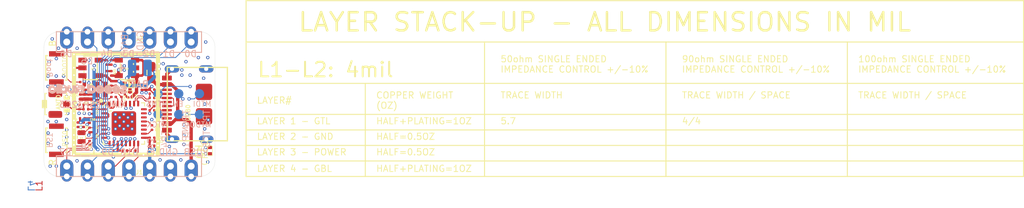
<source format=kicad_pcb>
(kicad_pcb (version 20211014) (generator pcbnew)
  (layers (0 "F.Cu" signal) (1 "In1.Cu" signal) (2 "In2.Cu" signal) (31 "B.Cu" signal) (34 "B.Paste" user) (35 "F.Paste" user) (36 "B.SilkS" user "B.Silkscreen") (37 "F.SilkS" user "F.Silkscreen") (38 "B.Mask" user) (39 "F.Mask" user) (44 "Edge.Cuts" user))
  (net 0 "")
  (net 1 "GND")
  (net 2 "VUSB")
  (net 3 "N$1")
  (net 4 "N$2")
  (net 5 "DP")
  (net 6 "DM")
  (net 7 "VCC_3V3")
  (net 8 "USB_FUSED_5V")
  (net 9 "VBAT")
  (net 10 "N$11")
  (net 11 "N$12")
  (net 12 "~{CHG}")
  (net 13 "N$26")
  (net 14 "N$27")
  (net 15 "N$29")
  (net 16 "RX_D7")
  (net 17 "ESP_USB_DP")
  (net 18 "ESP_USB_DM")
  (net 19 "N$22")
  (net 20 "N$28")
  (net 21 "N$34")
  (net 22 "N$36")
  (net 23 "VIN")
  (net 24 "VDD_SPI")
  (net 25 "32K_P")
  (net 26 "32K_N")
  (net 27 "D0")
  (net 28 "EN")
  (net 29 "D1")
  (net 30 "D2")
  (net 31 "D3")
  (net 32 "D4")
  (net 33 "D5")
  (net 34 "D8")
  (net 35 "D9")
  (net 36 "D10")
  (net 37 "N$3")
  (net 38 "TX_D6")
  (net 39 "N$5")
  (net 40 "N$4")
  (net 41 "N$6")
  (footprint "C0201" (layer "F.Cu") (at 143.6116 109.8042 -90)
    (fp_text reference "C5")
    (fp_text value "100nF")
  )
  (footprint "H7-HALF-HOLE-2.54" (layer "F.Cu") (at 148.4376 112.6236 90)
    (fp_text reference "J1")
    (fp_text value "DNP")
  )
  (footprint "LED-0402" (layer "F.Cu") (at 158.3563 110.7186 90)
    (fp_text reference "CHG0")
    (fp_text value "RED")
  )
  (footprint "C0201" (layer "F.Cu") (at 150.5331 102.9716 -90)
    (fp_text reference "C1")
    (fp_text value "2.2uF")
  )
  (footprint "R0201" (layer "F.Cu") (at 143.5227 102.9589 -90)
    (fp_text reference "R21")
    (fp_text value "DNP")
  )
  (footprint "X2-SMD-1.6X1.0X0.5MM" (layer "F.Cu") (at 142.621 109.0676 90)
    (fp_text reference "X2")
    (fp_text value "32.768k/9KAA32768122TF90QT")
  )
  (footprint "C0201" (layer "F.Cu") (at 146.2786 103.8479 -90)
    (fp_text reference "C41")
    (fp_text value "18pF")
  )
  (footprint "R0201" (layer "F.Cu") (at 151.257 105.7656 180)
    (fp_text reference "R2")
    (fp_text value "5.1k")
  )
  (footprint "QFN32G-0.5-5X5MM" (layer "F.Cu") (at 147.8153 107.3912 -90)
    (fp_text reference "U4")
    (fp_text value "ESP32-C3FN4")
  )
  (footprint "C0201" (layer "F.Cu") (at 143.6116 107.0356 90)
    (fp_text reference "C50")
    (fp_text value "100nF")
  )
  (footprint "BUTTON_TD1183SA" (layer "F.Cu") (at 139.5476 100.5586 90)
    (fp_text reference "BOOT0")
    (fp_text value "TD-1183SN-A3N-D1R")
  )
  (footprint "C0201" (layer "F.Cu") (at 144.145 108.6739 90)
    (fp_text reference "C9")
    (fp_text value "18pF")
  )
  (footprint "C0201" (layer "F.Cu") (at 143.4846 104.1146 -90)
    (fp_text reference "C44")
    (fp_text value "1uF")
  )
  (footprint "C0201" (layer "F.Cu") (at 151.257 109.6137 180)
    (fp_text reference "C2")
    (fp_text value "1uF")
  )
  (footprint "R0201" (layer "F.Cu") (at 146.8247 103.8479 90)
    (fp_text reference "R32")
    (fp_text value "0R")
  )
  (footprint "R0201" (layer "F.Cu") (at 151.257 103.2256)
    (fp_text reference "R1")
    (fp_text value "5.1k")
  )
  (footprint "C0201" (layer "F.Cu") (at 142.9766 104.1146 -90)
    (fp_text reference "C45")
    (fp_text value "100nF")
  )
  (footprint "X4-SMD-2.0X1.6X0.5MM" (layer "F.Cu") (at 145.0086 103.2256 -90)
    (fp_text reference "X4")
    (fp_text value "40MHz/306011037")
  )
  (footprint "PMOS_1.0*0.6*0.35MM" (layer "F.Cu") (at 148.5646 103.8606)
    (fp_text reference "Q1")
    (fp_text value "LP0404N3T5G")
  )
  (footprint "L0201" (layer "F.Cu") (at 143.1544 105.6386)
    (fp_text reference "L1")
    (fp_text value "2nH")
  )
  (footprint "C0201" (layer "F.Cu") (at 148.9456 110.7186 180)
    (fp_text reference "C6")
    (fp_text value "10pF")
  )
  (footprint "F0603" (layer "F.Cu") (at 151.1681 101.1301 90)
    (fp_text reference "F1")
    (fp_text value "6V_500mA_Fuse")
  )
  (footprint "C0201" (layer "F.Cu") (at 146.2786 101.2317 -90)
    (fp_text reference "C23")
    (fp_text value "2.2uF")
  )
  (footprint "R0201" (layer "F.Cu") (at 144.145 109.8042 -90)
    (fp_text reference "R4")
    (fp_text value "10k")
  )
  (footprint "C0201" (layer "F.Cu") (at 143.1544 105.0798 180)
    (fp_text reference "C49")
    (fp_text value "0R")
  )
  (footprint "C0201" (layer "F.Cu") (at 151.257 109.1438 180)
    (fp_text reference "C3")
    (fp_text value "100nF")
  )
  (footprint "R0201" (layer "F.Cu") (at 151.257 104.2416 180)
    (fp_text reference "R8")
    (fp_text value "22R")
  )
  (footprint "C0201" (layer "F.Cu") (at 150.0251 102.9716 -90)
    (fp_text reference "C4")
    (fp_text value "2.2uF")
  )
  (footprint "R0201" (layer "F.Cu") (at 144.145 107.6198 -90)
    (fp_text reference "R7")
    (fp_text value "0R")
  )
  (footprint "C0201" (layer "F.Cu") (at 146.7866 110.7186)
    (fp_text reference "C7")
    (fp_text value "100nF")
  )
  (footprint "SOT-25" (layer "F.Cu") (at 143.7386 100.5586 -90)
    (fp_text reference "U1")
    (fp_text value "")
  )
  (footprint "R0201" (layer "F.Cu") (at 147.9296 110.7186 180)
    (fp_text reference "R6")
    (fp_text value "10k")
  )
  (footprint "R0201" (layer "F.Cu") (at 151.257 107.8865 -90)
    (fp_text reference "R3")
    (fp_text value "DNP")
  )
  (footprint "R0201" (layer "F.Cu") (at 151.257 104.7496 180)
    (fp_text reference "R10")
    (fp_text value "22R")
  )
  (footprint "R0201" (layer "F.Cu") (at 151.257 110.1217)
    (fp_text reference "R31")
    (fp_text value "2.2k")
  )
  (footprint "L0201" (layer "F.Cu") (at 142.7226 106.7562)
    (fp_text reference "L3")
    (fp_text value "2nH")
  )
  (footprint "R0201" (layer "F.Cu") (at 145.7198 99.8855 -90)
    (fp_text reference "R22")
    (fp_text value "2.7k")
  )
  (footprint "C0201" (layer "F.Cu") (at 143.9799 105.918 90)
    (fp_text reference "C14")
    (fp_text value "1.6pF")
  )
  (footprint "C0201" (layer "F.Cu") (at 146.2786 102.4636 90)
    (fp_text reference "C10")
    (fp_text value "100nF")
  )
  (footprint "BUTTON_TD1183SA" (layer "F.Cu") (at 139.5476 109.4486 -90)
    (fp_text reference "RST0")
    (fp_text value "TD-1183SN-A3N-D1R")
  )
  (footprint "C0201" (layer "F.Cu") (at 142.9766 102.9589 -90)
    (fp_text reference "C40")
    (fp_text value "2.2uF")
  )
  (footprint "SOD-523" (layer "F.Cu") (at 148.5646 102.5906 180)
    (fp_text reference "D1")
    (fp_text value "MSK4005")
  )
  (footprint "U-FL3P-SMD-2.6X2.6X1.0MM" (layer "F.Cu") (at 139.4206 105.0036 180)
    (fp_text reference "ANT0")
    (fp_text value "U.FL-R-SMT-1")
  )
  (footprint "SOT-25" (layer "F.Cu") (at 148.1836 100.5586 90)
    (fp_text reference "U2")
    (fp_text value "XC6210B332MR")
  )
  (footprint "C0201" (layer "F.Cu") (at 146.2786 99.8855 90)
    (fp_text reference "C13")
    (fp_text value "DNP")
  )
  (footprint "C0201" (layer "F.Cu") (at 142.367 105.3592 -90)
    (fp_text reference "C48")
    (fp_text value "1.6pF")
  )
  (footprint "C0201" (layer "F.Cu") (at 151.257 105.2576 180)
    (fp_text reference "C11")
    (fp_text value "DNP")
  )
  (footprint "C0201" (layer "F.Cu") (at 143.6116 108.1786 -90)
    (fp_text reference "C8")
    (fp_text value "18pF")
  )
  (footprint "H7-HALF-HOLE-2.54" (layer "F.Cu") (at 148.4376 97.3836 -90)
    (fp_text reference "J2")
    (fp_text value "DNP")
  )
  (footprint "C0201" (layer "F.Cu") (at 142.4686 104.1146 -90)
    (fp_text reference "C43")
    (fp_text value "2.2uF")
  )
  (footprint "C0201" (layer "F.Cu") (at 145.7071 101.2317 -90)
    (fp_text reference "C39")
    (fp_text value "2.2uF")
  )
  (footprint "R0201" (layer "F.Cu") (at 142.4686 102.5779 -90)
    (fp_text reference "R5")
    (fp_text value "1R")
  )
  (footprint "C0201" (layer "F.Cu") (at 151.257 103.7336 180)
    (fp_text reference "C12")
    (fp_text value "DNP")
  )
  (footprint "USB2.0-TYPE-C" (layer "F.Cu") (at 153.1366 105.0036 180)
    (fp_text reference "USB0")
    (fp_text value "UBF31-0171")
  )
  (footprint "C0201" (layer "F.Cu") (at 144.1577 105.0798 180)
    (fp_text reference "C15")
    (fp_text value "0R")
  )
  (footprint "C0201" (layer "F.Cu") (at 142.1765 107.5436 90)
    (fp_text reference "C54")
    (fp_text value "2.2uF")
  )
  (footprint "C0201" (layer "F.Cu") (at 142.8877 107.5436 90)
    (fp_text reference "C53")
    (fp_text value "100nF")
  )
  (footprint "C0201" (layer "F.Cu") (at 147.5105 103.8479 90)
    (fp_text reference "C42")
    (fp_text value "18pF")
  )
  (footprint "R0201" (layer "F.Cu") (at 146.8247 102.4636 90)
    (fp_text reference "R9")
    (fp_text value "100k")
  )
  (footprint "TP-D45MIL" (layer "B.Cu") (at 151.9936 106.2736 90)
    (fp_text reference "TP4")
    (fp_text value "DNP" hide)
  )
  (footprint "LOGO-SEEED-NEW-1X9.6MM" (layer "B.Cu") (at 148.1836 103.7336 180)
    (fp_text reference "U$2" hide)
    (fp_text value "" hide)
  )
  (footprint "TP-80X40MIL" (layer "B.Cu") (at 150.7236 100.5586 -90)
    (fp_text reference "GND0")
    (fp_text value "DNP" hide)
  )
  (footprint "TP-D45MIL" (layer "B.Cu") (at 151.9936 103.7336 90)
    (fp_text reference "TP2")
    (fp_text value "DNP" hide)
  )
  (footprint "TP-D45MIL" (layer "B.Cu") (at 157.0736 103.7336 90)
    (fp_text reference "TP3")
    (fp_text value "DNP" hide)
  )
  (footprint "TP-D45MIL" (layer "B.Cu") (at 154.5336 103.7336 90)
    (fp_text reference "TP6")
    (fp_text value "DNP" hide)
  )
  (footprint "TP-D45MIL" (layer "B.Cu") (at 154.5336 106.2736 90)
    (fp_text reference "TP1")
    (fp_text value "DNP" hide)
  )
  (footprint "TP-80X40MIL" (layer "B.Cu") (at 148.8186 100.5586 -90)
    (fp_text reference "BAT0")
    (fp_text value "DNP" hide)
  )
  (footprint "TP-D45MIL" (layer "B.Cu") (at 157.0736 106.2736 90)
    (fp_text reference "TP5")
    (fp_text value "DNP" hide)
  )
  (gr_line (start 147.5486 100.1776) (end 147.5486 100.5586) (layer "B.SilkS") (width 0.1524))
  (gr_line (start 147.5486 100.5586) (end 147.9296 100.5586) (layer "B.SilkS") (width 0.1524))
  (gr_line (start 151.7396 100.9396) (end 151.7396 100.1776) (layer "B.SilkS") (width 0.1524))
  (gr_line (start 147.5486 100.5586) (end 147.1676 100.5586) (layer "B.SilkS") (width 0.1524))
  (gr_line (start 147.5486 100.9396) (end 147.5486 100.5586) (layer "B.SilkS") (width 0.1524))
  (gr_line (start 258.0386 92.3036) (end 258.0386 97.3836) (layer "F.SilkS") (width 0.127))
  (gr_line (start 214.2236 113.8936) (end 191.9986 113.8936) (layer "F.SilkS") (width 0.127))
  (gr_line (start 162.7886 110.0836) (end 258.0386 110.0836) (layer "F.SilkS") (width 0.127))
  (gr_line (start 141.7066 111.2266) (end 141.7066 98.7806) (layer "F.SilkS") (width 0.508))
  (gr_line (start 177.3936 102.4636) (end 177.3936 113.8936) (layer "F.SilkS") (width 0.127))
  (gr_line (start 153.1366 100.4951) (end 160.5026 100.4951) (layer "F.SilkS") (width 0.1524))
  (gr_line (start 191.9986 113.8936) (end 177.3936 113.8936) (layer "F.SilkS") (width 0.127))
  (gr_line (start 214.2236 113.8936) (end 214.2236 97.3836) (layer "F.SilkS") (width 0.127))
  (gr_line (start 162.7886 106.2736) (end 162.7886 102.4636) (layer "F.SilkS") (width 0.127))
  (gr_line (start 141.7066 98.7806) (end 151.9936 98.7806) (layer "F.SilkS") (width 0.508))
  (gr_line (start 151.9936 111.2266) (end 141.7066 111.2266) (layer "F.SilkS") (width 0.508))
  (gr_line (start 258.0386 111.9886) (end 258.0386 113.8936) (layer "F.SilkS") (width 0.127))
  (gr_line (start 153.1366 109.5121) (end 153.1366 100.4951) (layer "F.SilkS") (width 0.1524))
  (gr_line (start 162.7886 102.4636) (end 162.7886 97.3836) (layer "F.SilkS") (width 0.127))
  (gr_line (start 191.9986 97.3836) (end 214.2236 97.3836) (layer "F.SilkS") (width 0.127))
  (gr_line (start 162.7886 110.0836) (end 162.7886 108.1786) (layer "F.SilkS") (width 0.127))
  (gr_line (start 236.4486 97.3836) (end 258.0386 97.3836) (layer "F.SilkS") (width 0.127))
  (gr_line (start 191.9986 97.3836) (end 191.9986 113.8936) (layer "F.SilkS") (width 0.127))
  (gr_line (start 162.7886 108.1786) (end 258.0386 108.1786) (layer "F.SilkS") (width 0.127))
  (gr_line (start 151.9936 98.7806) (end 151.9936 111.2266) (layer "F.SilkS") (width 0.508))
  (gr_line (start 162.7886 97.3836) (end 162.7886 92.3036) (layer "F.SilkS") (width 0.127))
  (gr_line (start 162.7886 113.8936) (end 162.7886 111.9886) (layer "F.SilkS") (width 0.127))
  (gr_line (start 162.7886 111.9886) (end 162.7886 110.0836) (layer "F.SilkS") (width 0.127))
  (gr_line (start 177.3936 113.8936) (end 162.7886 113.8936) (layer "F.SilkS") (width 0.127))
  (gr_line (start 160.5026 109.5121) (end 153.1366 109.5121) (layer "F.SilkS") (width 0.1524))
  (gr_line (start 236.4486 113.8936) (end 214.2236 113.8936) (layer "F.SilkS") (width 0.127))
  (gr_line (start 160.5026 100.4951) (end 160.5026 109.5121) (layer "F.SilkS") (width 0.1524))
  (gr_line (start 258.0386 110.0836) (end 258.0386 111.9886) (layer "F.SilkS") (width 0.127))
  (gr_line (start 258.0386 97.3836) (end 258.0386 102.4636) (layer "F.SilkS") (width 0.127))
  (gr_line (start 162.7886 108.1786) (end 162.7886 106.2736) (layer "F.SilkS") (width 0.127))
  (gr_line (start 236.4486 97.3836) (end 236.4486 113.8936) (layer "F.SilkS") (width 0.127))
  (gr_line (start 162.7886 97.3836) (end 191.9986 97.3836) (layer "F.SilkS") (width 0.127))
  (gr_line (start 162.7886 111.9886) (end 258.0386 111.9886) (layer "F.SilkS") (width 0.127))
  (gr_line (start 258.0386 106.2736) (end 258.0386 108.1786) (layer "F.SilkS") (width 0.127))
  (gr_line (start 214.2236 97.3836) (end 236.4486 97.3836) (layer "F.SilkS") (width 0.127))
  (gr_line (start 162.7886 106.2736) (end 258.0386 106.2736) (layer "F.SilkS") (width 0.127))
  (gr_line (start 162.7886 92.3036) (end 258.0386 92.3036) (layer "F.SilkS") (width 0.127))
  (gr_line (start 258.0386 113.8936) (end 236.4486 113.8936) (layer "F.SilkS") (width 0.127))
  (gr_line (start 177.3936 102.4636) (end 258.0386 102.4636) (layer "F.SilkS") (width 0.127))
  (gr_line (start 258.0386 108.1786) (end 258.0386 110.0836) (layer "F.SilkS") (width 0.127))
  (gr_line (start 162.7886 102.4636) (end 177.3936 102.4636) (layer "F.SilkS") (width 0.127))
  (gr_line (start 258.0386 102.4636) (end 258.0386 106.2736) (layer "F.SilkS") (width 0.127))
  (gr_arc (start 143.7386 98.7806) (mid 143.664205 98.960205) (end 143.4846 99.0346) (layer "Edge.Cuts") (width 0.0254))
  (gr_arc (start 143.4846 110.9726) (mid 143.664205 111.046995) (end 143.7386 111.2266) (layer "Edge.Cuts") (width 0.0254))
  (gr_line (start 139.9286 113.8936) (end 157.0736 113.8936) (layer "Edge.Cuts") (width 0.0254))
  (gr_arc (start 138.0236 98.0186) (mid 138.581562 96.671562) (end 139.9286 96.1136) (layer "Edge.Cuts") (width 0.0254))
  (gr_line (start 142.7226 98.5266) (end 143.4846 98.5266) (layer "Edge.Cuts") (width 0.0254))
  (gr_line (start 139.9286 96.1136) (end 157.0736 96.1136) (layer "Edge.Cuts") (width 0.0254))
  (gr_line (start 138.0236 98.0186) (end 138.0236 111.9886) (layer "Edge.Cuts") (width 0.0254))
  (gr_arc (start 143.7386 111.2266) (mid 143.664205 111.406205) (end 143.4846 111.4806) (layer "Edge.Cuts") (width 0.0254))
  (gr_line (start 158.9786 111.9886) (end 158.9786 98.0186) (layer "Edge.Cuts") (width 0.0254))
  (gr_arc (start 142.7226 111.4806) (mid 142.542995 111.406205) (end 142.4686 111.2266) (layer "Edge.Cuts") (width 0.0254))
  (gr_arc (start 142.7226 99.0346) (mid 142.542995 98.960205) (end 142.4686 98.7806) (layer "Edge.Cuts") (width 0.0254))
  (gr_arc (start 158.9786 111.9886) (mid 158.420638 113.335638) (end 157.0736 113.8936) (layer "Edge.Cuts") (width 0.0254))
  (gr_arc (start 143.4846 98.5266) (mid 143.664205 98.600995) (end 143.7386 98.7806) (layer "Edge.Cuts") (width 0.0254))
  (gr_line (start 142.7226 110.9726) (end 143.4846 110.9726) (layer "Edge.Cuts") (width 0.0254))
  (gr_line (start 143.4846 99.0346) (end 142.7226 99.0346) (layer "Edge.Cuts") (width 0.0254))
  (gr_arc (start 142.4686 98.7806) (mid 142.542995 98.600995) (end 142.7226 98.5266) (layer "Edge.Cuts") (width 0.0254))
  (gr_line (start 143.4846 111.4806) (end 142.7226 111.4806) (layer "Edge.Cuts") (width 0.0254))
  (gr_arc (start 157.0736 96.1136) (mid 158.420638 96.671562) (end 158.9786 98.0186) (layer "Edge.Cuts") (width 0.0254))
  (gr_arc (start 142.4686 111.2266) (mid 142.542995 111.046995) (end 142.7226 110.9726) (layer "Edge.Cuts") (width 0.0254))
  (gr_arc (start 139.9286 113.8936) (mid 138.581562 113.335638) (end 138.0236 111.9886) (layer "Edge.Cuts") (width 0.0254))
  (gr_text "L1" (at 137.8966 115.7986 90) (layer "F.Cu") (effects (font (size 0.78232 0.78232) (thickness 0.10668)) (justify left bottom)))
  (gr_text "L4" (at 135.9916 115.7986 -90) (layer "B.Cu") (effects (font (size 0.78232 0.78232) (thickness 0.10668)) (justify left bottom mirror)))
  (gr_text "D10" (at 149.7076 111.3536) (layer "B.SilkS") (effects (font (size 0.78232 0.78232) (thickness 0.10668)) (justify left bottom mirror)))
  (gr_text "XIAO ESP32C3" (at 148.1836 105.5116) (layer "B.SilkS") (effects (font (size 0.75565 0.75565) (thickness 0.13335)) (justify left bottom mirror)))
  (gr_text "MTDO" (at 158.5976 107.9246) (layer "B.SilkS") (effects (font (size 0.67056 0.67056) (thickness 0.09144)) (justify left bottom mirror)))
  (gr_text "D0" (at 156.8196 99.2886) (layer "B.SilkS") (effects (font (size 0.78232 0.78232) (thickness 0.10668)) (justify left bottom mirror)))
  (gr_text "D2" (at 151.7396 99.2886) (layer "B.SilkS") (effects (font (size 0.78232 0.78232) (thickness 0.10668)) (justify left bottom mirror)))
  (gr_text "MTDI" (at 158.5976 105.3846) (layer "B.SilkS") (effects (font (size 0.67056 0.67056) (thickness 0.09144)) (justify left bottom mirror)))
  (gr_text "MTCK" (at 153.2636 107.9246) (layer "B.SilkS") (effects (font (size 0.67056 0.67056) (thickness 0.09144)) (justify left bottom mirror)))
  (gr_text "D1" (at 154.1526 99.2886) (layer "B.SilkS") (effects (font (size 0.78232 0.78232) (thickness 0.10668)) (justify left bottom mirror)))
  (gr_text "RST" (at 138.2903 110.4392 -90) (layer "B.SilkS") (effects (font (size 0.67056 0.67056) (thickness 0.09144)) (justify left bottom mirror)))
  (gr_text "D7" (at 141.4526 111.3536) (layer "B.SilkS") (effects (font (size 0.78232 0.78232) (thickness 0.10668)) (justify left bottom mirror)))
  (gr_text "GND" (at 154.9146 109.1946 -90) (layer "B.SilkS") (effects (font (size 0.67056 0.67056) (thickness 0.09144)) (justify left bottom mirror)))
  (gr_text "EN" (at 155.1686 105.3846) (layer "B.SilkS") (effects (font (size 0.67056 0.67056) (thickness 0.09144)) (justify left bottom mirror)))
  (gr_text "D5" (at 144.1196 100.1776) (layer "B.SilkS") (effects (font (size 0.78232 0.78232) (thickness 0.10668)) (justify left bottom mirror)))
  (gr_text "D8" (at 144.1196 110.7186) (layer "B.SilkS") (effects (font (size 0.78232 0.78232) (thickness 0.10668)) (justify left bottom mirror)))
  (gr_text "D3" (at 149.1996 99.2886) (layer "B.SilkS") (effects (font (size 0.78232 0.78232) (thickness 0.10668)) (justify left bottom mirror)))
  (gr_text "VUSB" (at 158.2166 111.3536) (layer "B.SilkS") (effects (font (size 0.78232 0.78232) (thickness 0.10668)) (justify left bottom mirror)))
  (gr_text "D4" (at 146.5326 99.2886) (layer "B.SilkS") (effects (font (size 0.78232 0.78232) (thickness 0.10668)) (justify left bottom mirror)))
  (gr_text "MTMS" (at 153.2636 105.3846) (layer "B.SilkS") (effects (font (size 0.67056 0.67056) (thickness 0.09144)) (justify left bottom mirror)))
  (gr_text "D9" (at 146.6596 111.3536) (layer "B.SilkS") (effects (font (size 0.78232 0.78232) (thickness 0.10668)) (justify left bottom mirror)))
  (gr_text "Boot" (at 138.6967 100.5713 -90) (layer "B.SilkS") (effects (font (size 0.67056 0.67056) (thickness 0.09144)) (justify mirror)))
  (gr_text "3V3" (at 150.5966 111.3536 -90) (layer "B.SilkS") (effects (font (size 0.78232 0.78232) (thickness 0.10668)) (justify left bottom mirror)))
  (gr_text "D6" (at 141.5796 99.2886) (layer "B.SilkS") (effects (font (size 0.78232 0.78232) (thickness 0.10668)) (justify left bottom mirror)))
  (gr_text "GND" (at 154.5336 111.3536) (layer "B.SilkS") (effects (font (size 0.78232 0.78232) (thickness 0.10668)) (justify left bottom mirror)))
  (gr_text "BAT" (at 150.9776 103.0986) (layer "B.SilkS") (effects (font (size 0.8636 0.8636) (thickness 0.1524)) (justify left bottom mirror)))
  (gr_text "4/4" (at 216.1286 107.5436) (layer "F.SilkS") (effects (font (size 0.78232 0.78232) (thickness 0.10668)) (justify left bottom)))
  (gr_text "TRACE WIDTH / SPACE" (at 216.1286 104.3686) (layer "F.SilkS") (effects (font (size 0.78232 0.78232) (thickness 0.10668)) (justify left bottom)))
  (gr_text "50ohm SINGLE ENDED \nIMPEDANCE CONTROL +/-10%" (at 193.9036 101.1936) (layer "F.SilkS") (effects (font (size 0.78232 0.78232) (thickness 0.10668)) (justify left bottom)))
  (gr_text "90ohm SINGLE ENDED \nIMPEDANCE CONTROL +/-10%" (at 216.1286 101.1936) (layer "F.SilkS") (effects (font (size 0.78232 0.78232) (thickness 0.10668)) (justify left bottom)))
  (gr_text "HALF+PLATING=1OZ" (at 178.6636 107.5436) (layer "F.SilkS") (effects (font (size 0.78232 0.78232) (thickness 0.10668)) (justify left bottom)))
  (gr_text "100ohm SINGLE ENDED \nIMPEDANCE CONTROL +/-10%" (at 237.7186 101.1936) (layer "F.SilkS") (effects (font (size 0.78232 0.78232) (thickness 0.10668)) (justify left bottom)))
  (gr_text "L1-L2: 4mil" (at 164.0586 101.8286) (layer "F.SilkS") (effects (font (size 1.78816 1.78816) (thickness 0.24384)) (justify left bottom)))
  (gr_text "LAYER 1 - GTL" (at 164.0586 107.5436) (layer "F.SilkS") (effects (font (size 0.78232 0.78232) (thickness 0.10668)) (justify left bottom)))
  (gr_text "TRACE WIDTH" (at 193.9036 104.3686) (layer "F.SilkS") (effects (font (size 0.78232 0.78232) (thickness 0.10668)) (justify left bottom)))
  (gr_text "LAYER#" (at 164.0586 105.0036) (layer "F.SilkS") (effects (font (size 0.78232 0.78232) (thickness 0.10668)) (justify left bottom)))
  (gr_text "LAYER STACK-UP - ALL DIMENSIONS IN MIL" (at 169.0116 96.2406) (layer "F.SilkS") (effects (font (size 2.2352 2.2352) (thickness 0.3048)) (justify left bottom)))
  (gr_text "CH" (at 157.0736 110.8456 90) (layer "F.SilkS") (effects (font (size 0.8636 0.8636) (thickness 0.1524))))
  (gr_text "R" (at 139.5476 112.6236 90) (layer "F.SilkS") (effects (font (size 0.78232 0.78232) (thickness 0.10668)) (justify left bottom)))
  (gr_text "B" (at 139.5476 98.0186 90) (layer "F.SilkS") (effects (font (size 0.78232 0.78232) (thickness 0.10668)) (justify left bottom)))
  (gr_text "COPPER WEIGHT\n(OZ)" (at 178.6636 105.6386) (layer "F.SilkS") (effects (font (size 0.78232 0.78232) (thickness 0.10668)) (justify left bottom)))
  (gr_text "LAYER 2 - GND" (at 164.0586 109.4486) (layer "F.SilkS") (effects (font (size 0.78232 0.78232) (thickness 0.10668)) (justify left bottom)))
  (gr_text "TRACE WIDTH / SPACE" (at 237.7186 104.3686) (layer "F.SilkS") (effects (font (size 0.78232 0.78232) (thickness 0.10668)) (justify left bottom)))
  (gr_text "HALF+PLATING=1OZ" (at 178.6636 113.3856) (layer "F.SilkS") (effects (font (size 0.78232 0.78232) (thickness 0.10668)) (justify left bottom)))
  (gr_text "LAYER 3 - POWER" (at 164.0586 111.3536) (layer "F.SilkS") (effects (font (size 0.78232 0.78232) (thickness 0.10668)) (justify left bottom)))
  (gr_text "HALF=0.5OZ" (at 178.6636 111.3536) (layer "F.SilkS") (effects (font (size 0.78232 0.78232) (thickness 0.10668)) (justify left bottom)))
  (gr_text "5.7" (at 193.9036 107.5436) (layer "F.SilkS") (effects (font (size 0.78232 0.78232) (thickness 0.10668)) (justify left bottom)))
  (gr_text "HALF=0.5OZ" (at 178.6636 109.4486) (layer "F.SilkS") (effects (font (size 0.78232 0.78232) (thickness 0.10668)) (justify left bottom)))
  (gr_text "LAYER 4 - GBL" (at 164.0586 113.3856) (layer "F.SilkS") (effects (font (size 0.78232 0.78232) (thickness 0.10668)) (justify left bottom)))
  (segment (start 150.5331 103.251) (end 150.9522 103.251) (width 0.254) (layer "F.Cu") (net 1))
  (segment (start 143.5735 109.6264) (end 143.1671 110.0328) (width 0.127) (layer "F.Cu") (net 1))
  (segment (start 144.499 103.8352) (end 144.5086 103.8256) (width 0.254) (layer "F.Cu") (net 1))
  (segment (start 153.0866 101.8036) (end 153.0866 101.3071) (width 0.4064) (layer "F.Cu") (net 1))
  (segment (start 146.2786 102.743) (end 146.8247 102.743) (width 0.1524) (layer "F.Cu") (net 1))
  (segment (start 143.6116 108.6612) (end 143.51 108.8136) (width 0.254) (layer "F.Cu") (net 1))
  (segment (start 142.9766 103.8352) (end 143.4846 103.8352) (width 0.254) (layer "F.Cu") (net 1))
  (segment (start 151.4856 103.7336) (end 150.9776 103.2256) (width 0.1524) (layer "F.Cu") (net 1))
  (segment (start 143.9799 106.1974) (end 143.5989 106.1974) (width 0.144781) (layer "F.Cu") (net 1))
  (segment (start 143.6116 108.458) (end 143.6116 108.6612) (width 0.254) (layer "F.Cu") (net 1))
  (segment (start 149.225 110.7186) (end 149.225 111.0742) (width 0.1016) (layer "F.Cu") (net 1))
  (segment (start 145.7071 100.9523) (end 146.2786 100.9523) (width 0.254) (layer "F.Cu") (net 1))
  (segment (start 146.2659 104.1273) (end 146.0246 104.3686) (width 0.1016) (layer "F.Cu") (net 1))
  (segment (start 145.626 102.743) (end 146.2786 102.743) (width 0.1524) (layer "F.Cu") (net 1))
  (segment (start 141.8336 110.1598) (end 141.6939 110.0201) (width 0.1524) (layer "F.Cu") (net 1))
  (segment (start 143.4973 107.315) (end 143.3068 107.5182) (width 0.254) (layer "F.Cu") (net 1))
  (segment (start 142.367 105.0798) (end 141.9733 105.0798) (width 0.144781) (layer "F.Cu") (net 1))
  (segment (start 143.1036 103.8352) (end 142.9766 103.8352) (width 0.254) (layer "F.Cu") (net 1))
  (segment (start 143.4973 103.2383) (end 143.5227 103.2129) (width 0.254) (layer "F.Cu") (net 1))
  (segment (start 151.5364 103.7336) (end 151.4856 103.7336) (width 0.1524) (layer "F.Cu") (net 1))
  (segment (start 142.9766 103.8352) (end 142.4686 103.8352) (width 0.254) (layer "F.Cu") (net 1))
  (segment (start 144.930462 102.047463) (end 144.154737 102.047463) (width 0.1524) (layer "F.Cu") (net 1))
  (segment (start 151.9555 109.6137) (end 151.9936 109.5756) (width 0.254) (layer "F.Cu") (net 1))
  (segment (start 143.9926 102.2096) (end 143.9926 103.8352) (width 0.1524) (layer "F.Cu") (net 1))
  (segment (start 145.5086 102.6256) (end 144.930462 102.047463) (width 0.1524) (layer "F.Cu") (net 1))
  (segment (start 146.0246 104.3686) (end 145.0516 104.3686) (width 0.1016) (layer "F.Cu") (net 1))
  (segment (start 151.5364 109.6137) (end 151.5364 109.1438) (width 0.254) (layer "F.Cu") (net 1))
  (segment (start 144.0815 108.458) (end 144.145 108.3945) (width 0.254) (layer "F.Cu") (net 1))
  (segment (start 151.5364 105.2576) (end 151.4856 105.2576) (width 0.1524) (layer "F.Cu") (net 1))
  (segment (start 150.9776 105.7656) (end 150.9776 106.1466) (width 0.1524) (layer "F.Cu") (net 1))
  (segment (start 142.8877 107.823) (end 142.1765 107.823) (width 0.254) (layer "F.Cu") (net 1))
  (segment (start 153.0866 101.3071) (end 153.7081 100.6856) (width 0.4064) (layer "F.Cu") (net 1))
  (segment (start 150.0251 103.251) (end 150.5331 103.251) (width 0.254) (layer "F.Cu") (net 1))
  (segment (start 150.5331 103.251) (end 150.5331 103.6066) (width 0.254) (layer "F.Cu") (net 1))
  (segment (start 142.7386 100.5586) (end 141.7066 100.5586) (width 0.254) (layer "F.Cu") (net 1))
  (segment (start 143.6116 107.315) (end 143.4973 107.315) (width 0.254) (layer "F.Cu") (net 1))
  (segment (start 150.5331 103.251) (end 150.8252 103.251) (width 0.254) (layer "F.Cu") (net 1))
  (segment (start 153.0866 108.2036) (end 153.0866 108.7001) (width 0.4064) (layer "F.Cu") (net 1))
  (segment (start 147.5105 103.5685) (end 147.5105 103.4288) (width 0.1016) (layer "F.Cu") (net 1))
  (segment (start 143.1671 110.0328) (end 143.0274 110.1598) (width 0.1016) (layer "F.Cu") (net 1))
  (segment (start 143.6116 108.458) (end 144.0815 108.458) (width 0.254) (layer "F.Cu") (net 1))
  (segment (start 143.6116 109.5248) (end 143.5735 109.6264) (width 0.1524) (layer "F.Cu") (net 1))
  (segment (start 143.6116 109.5248) (end 143.6116 109.5502) (width 0.1524) (layer "F.Cu") (net 1))
  (segment (start 150.8252 103.251) (end 150.9776 103.0986) (width 0.254) (layer "F.Cu") (net 1))
  (segment (start 145.0516 104.3686) (end 144.5086 103.8256) (width 0.1016) (layer "F.Cu") (net 1))
  (segment (start 143.9926 103.8352) (end 144.499 103.8352) (width 0.254) (layer "F.Cu") (net 1))
  (segment (start 144.154737 102.047463) (end 143.9926 102.2096) (width 0.1524) (layer "F.Cu") (net 1))
  (segment (start 143.4846 103.8352) (end 143.9926 103.8352) (width 0.254) (layer "F.Cu") (net 1))
  (segment (start 145.626 102.743) (end 145.5086 102.6256) (width 0.254) (layer "F.Cu") (net 1))
  (segment (start 142.9766 103.2383) (end 143.4973 103.2383) (width 0.254) (layer "F.Cu") (net 1))
  (segment (start 151.5364 109.6137) (end 151.9555 109.6137) (width 0.254) (layer "F.Cu") (net 1))
  (segment (start 146.2786 104.1273) (end 146.2659 104.1273) (width 0.1016) (layer "F.Cu") (net 1))
  (segment (start 150.9776 103.2256) (end 150.9776 103.0986) (width 0.254) (layer "F.Cu") (net 1))
  (segment (start 150.0251 103.251) (end 150.0251 103.6066) (width 0.254) (layer "F.Cu") (net 1))
  (segment (start 151.4856 105.2576) (end 150.9776 105.7656) (width 0.1524) (layer "F.Cu") (net 1))
  (segment (start 150.9776 103.0986) (end 151.2316 102.8446) (width 0.254) (layer "F.Cu") (net 1))
  (segment (start 141.7066 100.5586) (end 141.6939 100.5459) (width 0.254) (layer "F.Cu") (net 1))
  (segment (start 142.9766 103.2383) (end 142.9766 103.8352) (width 0.254) (layer "F.Cu") (net 1))
  (segment (start 153.0866 108.7001) (end 153.7081 109.3216) (width 0.4064) (layer "F.Cu") (net 1))
  (segment (start 145.7198 100.1649) (end 146.2786 100.1649) (width 0.254) (layer "F.Cu") (net 1))
  (segment (start 150.9522 103.251) (end 150.9776 103.2256) (width 0.254) (layer "F.Cu") (net 1))
  (segment (start 147.5105 103.4288) (end 146.8247 102.743) (width 0.1016) (layer "F.Cu") (net 1))
  (segment (start 149.225 111.0742) (end 149.1996 111.0996) (width 0.1016) (layer "F.Cu") (net 1))
  (segment (start 141.8336 110.1598) (end 143.0274 110.1598) (width 0.1016) (layer "F.Cu") (net 1))
  (via (at 155.9306 101.4476) (size 0.4064) (drill 0.2032) (layers "F.Cu" "B.Cu") (net 1))
  (via (at 140.8049 104.1019) (size 0.4064) (drill 0.2032) (layers "F.Cu" "B.Cu") (net 1))
  (via (at 139.5349 101.5619) (size 0.4064) (drill 0.2032) (layers "F.Cu" "B.Cu") (net 1))
  (via (at 148.8186 106.2736) (size 0.4064) (drill 0.2032) (layers "F.Cu" "B.Cu") (net 1))
  (via (at 138.7856 112.6236) (size 0.4064) (drill 0.2032) (layers "F.Cu" "B.Cu") (net 1))
  (via (at 151.2316 102.8446) (size 0.4064) (drill 0.2032) (layers "F.Cu" "B.Cu") (net 1))
  (via (at 141.6939 106.1339) (size 0.4064) (drill 0.2032) (layers "F.Cu" "B.Cu") (net 1))
  (via (at 147.8661 100.8253) (size 0.4064) (drill 0.2032) (layers "F.Cu" "B.Cu") (net 1))
  (via (at 151.9936 110.0836) (size 0.4064) (drill 0.2032) (layers "F.Cu" "B.Cu") (net 1))
  (via (at 151.9936 109.5756) (size 0.4064) (drill 0.2032) (layers "F.Cu" "B.Cu") (net 1))
  (via (at 140.8049 108.1659) (size 0.4064) (drill 0.2032) (layers "F.Cu" "B.Cu") (net 1))
  (via (at 152.1206 100.6856) (size 0.4064) (drill 0.2032) (layers "F.Cu" "B.Cu") (net 1))
  (via (at 142.4559 103.3399) (size 0.4064) (drill 0.2032) (layers "F.Cu" "B.Cu") (net 1))
  (via (at 158.0896 99.2886) (size 0.4064) (drill 0.2032) (layers "F.Cu" "B.Cu") (net 1))
  (via (at 152.6286 100.0506) (size 0.4064) (drill 0.2032) (layers "F.Cu" "B.Cu") (net 1))
  (via (at 150.9776 106.1466) (size 0.4064) (drill 0.2032) (layers "F.Cu" "B.Cu") (net 1))
  (via (at 141.7066 101.4476) (size 0.4064) (drill 0.2032) (layers "F.Cu" "B.Cu") (net 1))
  (via (at 150.0251 103.6066) (size 0.4064) (drill 0.2032) (layers "F.Cu" "B.Cu") (net 1))
  (via (at 154.9146 101.4476) (size 0.4064) (drill 0.2032) (layers "F.Cu" "B.Cu") (net 1))
  (via (at 155.4226 99.7966) (size 0.4064) (drill 0.2032) (layers "F.Cu" "B.Cu") (net 1))
  (via (at 147.8661 100.3173) (size 0.4064) (drill 0.2032) (layers "F.Cu" "B.Cu") (net 1))
  (via (at 148.3106 107.6706) (size 0.4064) (drill 0.2032) (layers "F.Cu" "B.Cu") (net 1))
  (via (at 138.5189 107.1499) (size 0.4064) (drill 0.2032) (layers "F.Cu" "B.Cu") (net 1))
  (via (at 147.8026 108.0516) (size 0.4064) (drill 0.2032) (layers "F.Cu" "B.Cu") (net 1))
  (via (at 158.1531 106.9467) (size 0.4064) (drill 0.2032) (layers "F.Cu" "B.Cu") (net 1))
  (via (at 141.6939 109.4359) (size 0.4064) (drill 0.2032) (layers "F.Cu" "B.Cu") (net 1))
  (via (at 155.1686 107.5436) (size 0.4064) (drill 0.2032) (layers "F.Cu" "B.Cu") (net 1))
  (via (at 143.2433 103.5304) (size 0.4064) (drill 0.2032) (layers "F.Cu" "B.Cu") (net 1))
  (via (at 150.2156 111.2266) (size 0.4064) (drill 0.2032) (layers "F.Cu" "B.Cu") (net 1))
  (via (at 138.5316 108.5596) (size 0.4064) (drill 0.2032) (layers "F.Cu" "B.Cu") (net 1))
  (via (at 141.9733 105.0798) (size 0.4064) (drill 0.2032) (layers "F.Cu" "B.Cu") (net 1))
  (via (at 141.6939 108.8009) (size 0.4064) (drill 0.2032) (layers "F.Cu" "B.Cu") (net 1))
  (via (at 142.0749 111.9759) (size 0.4064) (drill 0.2032) (layers "F.Cu" "B.Cu") (net 1))
  (via (at 139.5349 107.1499) (size 0.4064) (drill 0.2032) (layers "F.Cu" "B.Cu") (net 1))
  (via (at 143.3068 107.5182) (size 0.4064) (drill 0.2032) (layers "F.Cu" "B.Cu") (net 1))
  (via (at 142.3289 106.1339) (size 0.4064) (drill 0.2032) (layers "F.Cu" "B.Cu") (net 1))
  (via (at 141.1859 103.2129) (size 0.4064) (drill 0.2032) (layers "F.Cu" "B.Cu") (net 1))
  (via (at 151.6126 111.2266) (size 0.4064) (drill 0.2032) (layers "F.Cu" "B.Cu") (net 1))
  (via (at 139.9159 110.3249) (size 0.4064) (drill 0.2032) (layers "F.Cu" "B.Cu") (net 1))
  (via (at 148.3106 106.6546) (size 0.4064) (drill 0.2032) (layers "F.Cu" "B.Cu") (net 1))
  (via (at 146.7866 108.0516) (size 0.4064) (drill 0.2032) (layers "F.Cu" "B.Cu") (net 1))
  (via (at 143.51 108.8136) (size 0.4064) (drill 0.2032) (layers "F.Cu" "B.Cu") (net 1))
  (via (at 142.0876 98.1456) (size 0.4064) (drill 0.2032) (layers "F.Cu" "B.Cu") (net 1))
  (via (at 146.7866 107.1626) (size 0.4064) (drill 0.2032) (layers "F.Cu" "B.Cu") (net 1))
  (via (at 142.5321 107.8357) (size 0.4064) (drill 0.2032) (layers "F.Cu" "B.Cu") (net 1))
  (via (at 156.9466 99.2886) (size 0.4064) (drill 0.2032) (layers "F.Cu" "B.Cu") (net 1))
  (via (at 147.8026 107.1626) (size 0.4064) (drill 0.2032) (layers "F.Cu" "B.Cu") (net 1))
  (via (at 140.8049 106.8959) (size 0.4064) (drill 0.2032) (layers "F.Cu" "B.Cu") (net 1))
  (via (at 152.2476 111.8616) (size 0.4064) (drill 0.2032) (layers "F.Cu" "B.Cu") (net 1))
  (via (at 146.5326 111.4806) (size 0.4064) (drill 0.2032) (layers "F.Cu" "B.Cu") (net 1))
  (via (at 139.5476 112.6236) (size 0.4064) (drill 0.2032) (layers "F.Cu" "B.Cu") (net 1))
  (via (at 157.8356 97.3836) (size 0.4064) (drill 0.2032) (layers "F.Cu" "B.Cu") (net 1))
  (via (at 144.1831 100.2792) (size 0.4064) (drill 0.2032) (layers "F.Cu" "B.Cu") (net 1))
  (via (at 151.2316 106.9086) (size 0.4064) (drill 0.2032) (layers "F.Cu" "B.Cu") (net 1))
  (via (at 146.7866 106.2736) (size 0.4064) (drill 0.2032) (layers "F.Cu" "B.Cu") (net 1))
  (via (at 152.1206 100.0506) (size 0.4064) (drill 0.2032) (layers "F.Cu" "B.Cu") (net 1))
  (via (at 148.8186 107.1626) (size 0.4064) (drill 0.2032) (layers "F.Cu" "B.Cu") (net 1))
  (via (at 157.7086 108.0516) (size 0.4064) (drill 0.2032) (layers "F.Cu" "B.Cu") (net 1))
  (via (at 138.5189 101.5619) (size 0.4064) (drill 0.2032) (layers "F.Cu" "B.Cu") (net 1))
  (via (at 141.6939 107.0229) (size 0.4064) (drill 0.2032) (layers "F.Cu" "B.Cu") (net 1))
  (via (at 138.5189 102.8319) (size 0.4064) (drill 0.2032) (layers "F.Cu" "B.Cu") (net 1))
  (via (at 143.5989 106.1974) (size 0.4064) (drill 0.2032) (layers "F.Cu" "B.Cu") (net 1))
  (via (at 140.8049 109.8169) (size 0.4064) (drill 0.2032) (layers "F.Cu" "B.Cu") (net 1))
  (via (at 146.7231 100.2792) (size 0.4064) (drill 0.2032) (layers "F.Cu" "B.Cu") (net 1))
  (via (at 139.8016 98.1456) (size 0.4064) (drill 0.2032) (layers "F.Cu" "B.Cu") (net 1))
  (via (at 155.1686 109.9566) (size 0.4064) (drill 0.2032) (layers "F.Cu" "B.Cu") (net 1))
  (via (at 147.2946 107.6706) (size 0.4064) (drill 0.2032) (layers "F.Cu" "B.Cu") (net 1))
  (via (at 141.6939 107.9119) (size 0.4064) (drill 0.2032) (layers "F.Cu" "B.Cu") (net 1))
  (via (at 149.1996 111.0996) (size 0.4064) (drill 0.2032) (layers "F.Cu" "B.Cu") (net 1))
  (via (at 153.3906 110.2106) (size 0.4064) (drill 0.2032) (layers "F.Cu" "B.Cu") (net 1))
  (via (at 142.9639 106.1339) (size 0.4064) (drill 0.2032) (layers "F.Cu" "B.Cu") (net 1))
  (via (at 138.6586 99.7966) (size 0.4064) (drill 0.2032) (layers "F.Cu" "B.Cu") (net 1))
  (via (at 150.5331 103.6066) (size 0.4064) (drill 0.2032) (layers "F.Cu" "B.Cu") (net 1))
  (via (at 154.9146 100.8126) (size 0.4064) (drill 0.2032) (layers "F.Cu" "B.Cu") (net 1))
  (via (at 138.5316 109.8296) (size 0.4064) (drill 0.2032) (layers "F.Cu" "B.Cu") (net 1))
  (via (at 141.6939 111.2139) (size 0.4064) (drill 0.2032) (layers "F.Cu" "B.Cu") (net 1))
  (via (at 148.8186 108.0516) (size 0.4064) (drill 0.2032) (layers "F.Cu" "B.Cu") (net 1))
  (via (at 140.9319 106.1339) (size 0.4064) (drill 0.2032) (layers "F.Cu" "B.Cu") (net 1))
  (via (at 139.0396 97.0026) (size 0.4064) (drill 0.2032) (layers "F.Cu" "B.Cu") (net 1))
  (via (at 141.7066 98.9076) (size 0.4064) (drill 0.2032) (layers "F.Cu" "B.Cu") (net 1))
  (via (at 157.5816 101.8286) (size 0.4064) (drill 0.2032) (layers "F.Cu" "B.Cu") (net 1))
  (via (at 158.0896 112.1156) (size 0.4064) (drill 0.2032) (layers "F.Cu" "B.Cu") (net 1))
  (via (at 141.6939 100.5459) (size 0.4064) (drill 0.2032) (layers "F.Cu" "B.Cu") (net 1))
  (via (at 140.4239 102.8319) (size 0.4064) (drill 0.2032) (layers "F.Cu" "B.Cu") (net 1))
  (via (at 147.2946 106.6546) (size 0.4064) (drill 0.2032) (layers "F.Cu" "B.Cu") (net 1))
  (via (at 154.7876 111.8616) (size 0.4064) (drill 0.2032) (layers "F.Cu" "B.Cu") (net 1))
  (via (at 157.7086 105.0036) (size 0.4064) (drill 0.2032) (layers "F.Cu" "B.Cu") (net 1))
  (via (at 147.8026 106.2736) (size 0.4064) (drill 0.2032) (layers "F.Cu" "B.Cu") (net 1))
  (via (at 140.4239 101.5619) (size 0.4064) (drill 0.2032) (layers "F.Cu" "B.Cu") (net 1))
  (via (at 140.8049 109.0549) (size 0.4064) (drill 0.2032) (layers "F.Cu" "B.Cu") (net 1))
  (via (at 141.6939 110.0201) (size 0.4064) (drill 0.2032) (layers "F.Cu" "B.Cu") (net 1))
  (via (at 155.1686 108.8136) (size 0.4064) (drill 0.2032) (layers "F.Cu" "B.Cu") (net 1))
  (via (at 139.4079 102.8319) (size 0.4064) (drill 0.2032) (layers "F.Cu" "B.Cu") (net 1))
  (segment (start 150.5331 101.1301) (end 150.7236 100.5586) (width 0.4064) (layer "B.Cu") (net 1))
  (segment (start 154.4066 106.6546) (end 154.6606 106.9086) (width 0.4064) (layer "F.Cu") (net 2))
  (segment (start 153.0866 102.6036) (end 151.8416 102.6036) (width 0.4064) (layer "F.Cu") (net 2))
  (segment (start 153.651606 102.6036) (end 154.4066 103.358594) (width 0.4064) (layer "F.Cu") (net 2))
  (segment (start 153.0866 107.4036) (end 153.6449 107.4036) (width 0.4064) (layer "F.Cu") (net 2))
  (segment (start 154.4066 106.6546) (end 154.1526 106.9086) (width 0.4064) (layer "F.Cu") (net 2))
  (segment (start 154.4066 106.6546) (end 154.4066 106.9086) (width 0.4064) (layer "F.Cu") (net 2))
  (segment (start 156.0576 107.4166) (end 155.5496 106.9086) (width 0.4064) (layer "F.Cu") (net 2))
  (segment (start 156.0576 113.8936) (end 156.0576 112.6236) (width 0.1016) (layer "F.Cu") (net 2))
  (segment (start 151.8416 102.6036) (end 151.1681 101.9301) (width 0.4064) (layer "F.Cu") (net 2))
  (segment (start 154.6606 106.9086) (end 154.4066 106.9086) (width 0.4064) (layer "F.Cu") (net 2))
  (segment (start 155.5496 106.9086) (end 154.6606 106.9086) (width 0.4064) (layer "F.Cu") (net 2))
  (segment (start 154.4066 103.358594) (end 154.4066 106.6546) (width 0.4064) (layer "F.Cu") (net 2))
  (segment (start 154.4066 106.9086) (end 154.1526 106.9086) (width 0.4064) (layer "F.Cu") (net 2))
  (segment (start 154.1399 106.9086) (end 153.6449 107.4036) (width 0.4064) (layer "F.Cu") (net 2))
  (segment (start 156.0576 112.6236) (end 156.0576 107.4166) (width 0.4064) (layer "F.Cu") (net 2))
  (segment (start 153.0866 102.6036) (end 153.651606 102.6036) (width 0.4064) (layer "F.Cu") (net 2))
  (segment (start 154.1526 106.9086) (end 154.1399 106.9086) (width 0.4064) (layer "F.Cu") (net 2))
  (segment (start 152.0244 106.2536) (end 151.5364 105.7656) (width 0.1016) (layer "F.Cu") (net 3))
  (segment (start 153.0866 106.2536) (end 152.0244 106.2536) (width 0.1016) (layer "F.Cu") (net 3))
  (segment (start 151.5644 103.2536) (end 151.5364 103.2256) (width 0.1016) (layer "F.Cu") (net 4))
  (segment (start 153.0866 103.2536) (end 151.5644 103.2536) (width 0.1016) (layer "F.Cu") (net 4))
  (segment (start 153.7756 105.2536) (end 153.8986 105.1306) (width 0.1016) (layer "F.Cu") (net 5))
  (segment (start 151.523 104.2536) (end 151.5364 104.2416) (width 0.1016) (layer "F.Cu") (net 5))
  (segment (start 153.0866 104.2536) (end 151.523 104.2536) (width 0.1016) (layer "F.Cu") (net 5))
  (segment (start 153.8986 104.3686) (end 153.8986 105.1306) (width 0.1016) (layer "F.Cu") (net 5))
  (segment (start 153.0866 105.2536) (end 153.7756 105.2536) (width 0.1016) (layer "F.Cu") (net 5))
  (segment (start 153.0866 104.2536) (end 153.7836 104.2536) (width 0.1016) (layer "F.Cu") (net 5))
  (segment (start 153.7836 104.2536) (end 153.8986 104.3686) (width 0.1016) (layer "F.Cu") (net 5))
  (segment (start 152.2476 105.6386) (end 152.2476 104.7536) (width 0.1016) (layer "F.Cu") (net 6))
  (segment (start 152.2476 104.7536) (end 151.515 104.7536) (width 0.1016) (layer "F.Cu") (net 6))
  (segment (start 153.0866 105.7536) (end 152.351225 105.7536) (width 0.1016) (layer "F.Cu") (net 6))
  (segment (start 152.351225 105.7536) (end 152.2476 105.6386) (width 0.1016) (layer "F.Cu") (net 6))
  (segment (start 153.0866 104.7536) (end 152.2476 104.7536) (width 0.1016) (layer "F.Cu") (net 6))
  (segment (start 151.515 104.7536) (end 151.5364 104.7496) (width 0.1016) (layer "F.Cu") (net 6))
  (segment (start 146.0653 104.9412) (end 145.8987 104.9412) (width 0.254) (layer "F.Cu") (net 7))
  (segment (start 142.4686 104.394) (end 142.9766 104.394) (width 0.4064) (layer "F.Cu") (net 7))
  (segment (start 144.7038 104.5718) (end 144.2212 104.5718) (width 0.4064) (layer "F.Cu") (net 7))
  (segment (start 143.4846 104.394) (end 142.9766 104.394) (width 0.4064) (layer "F.Cu") (net 7))
  (segment (start 142.5194 107.2642) (end 142.5321 107.2769) (width 0.254) (layer "F.Cu") (net 7))
  (segment (start 150.2653 109.1412) (end 150.975 109.1412) (width 0.254) (layer "F.Cu") (net 7))
  (segment (start 150.975 109.1412) (end 150.9776 109.1438) (width 0.254) (layer "F.Cu") (net 7))
  (segment (start 146.1516 105.4481) (end 146.0653 105.3618) (width 0.254) (layer "F.Cu") (net 7))
  (segment (start 146.0653 104.9412) (end 146.0653 105.3618) (width 0.254) (layer "F.Cu") (net 7))
  (segment (start 142.8877 107.2642) (end 142.1765 107.2642) (width 0.254) (layer "F.Cu") (net 7))
  (segment (start 144.145 110.0836) (end 144.145 110.109) (width 0.3048) (layer "F.Cu") (net 7))
  (segment (start 147.1803 101.5053) (end 147.1836 101.5086) (width 0.4064) (layer "F.Cu") (net 7))
  (segment (start 147.1803 100.8126) (end 147.1803 101.5053) (width 0.4064) (layer "F.Cu") (net 7))
  (segment (start 145.8987 104.9412) (end 145.8976 104.9401) (width 0.254) (layer "F.Cu") (net 7))
  (segment (start 147.1811 101.5111) (end 147.1836 101.5086) (width 0.3048) (layer "F.Cu") (net 7))
  (segment (start 146.2786 101.5111) (end 147.1811 101.5111) (width 0.3048) (layer "F.Cu") (net 7))
  (segment (start 150.9776 113.8936) (end 150.9776 112.6236) (width 0.254) (layer "F.Cu") (net 7))
  (segment (start 142.9766 104.394) (end 144.0434 104.394) (width 0.4064) (layer "F.Cu") (net 7))
  (segment (start 146.5653 105.3519) (end 146.4691 105.4481) (width 0.254) (layer "F.Cu") (net 7))
  (segment (start 142.4432 107.188) (end 142.5321 107.2769) (width 0.254) (layer "F.Cu") (net 7))
  (segment (start 150.9776 110.5916) (end 150.9776 110.1217) (width 0.4064) (layer "F.Cu") (net 7))
  (segment (start 150.9776 110.1217) (end 150.9776 109.6137) (width 0.254) (layer "F.Cu") (net 7))
  (segment (start 150.9776 109.1438) (end 150.9776 109.6137) (width 0.254) (layer "F.Cu") (net 7))
  (segment (start 143.4846 104.394) (end 143.4846 104.3686) (width 0.254) (layer "F.Cu") (net 7))
  (segment (start 144.1704 104.521) (end 144.2212 104.5718) (width 0.4064) (layer "F.Cu") (net 7))
  (segment (start 144.0434 104.394) (end 144.1704 104.521) (width 0.4064) (layer "F.Cu") (net 7))
  (segment (start 147.6502 110.7186) (end 147.066 110.7186) (width 0.254) (layer "F.Cu") (net 7))
  (segment (start 142.1765 107.2642) (end 142.5194 107.2642) (width 0.254) (layer "F.Cu") (net 7))
  (segment (start 147.6502 110.7186) (end 147.6502 111.1377) (width 0.254) (layer "F.Cu") (net 7))
  (segment (start 145.0732 104.9412) (end 144.7038 104.5718) (width 0.4064) (layer "F.Cu") (net 7))
  (segment (start 147.0653 110.7179) (end 147.066 110.7186) (width 0.254) (layer "F.Cu") (net 7))
  (segment (start 145.8987 104.9412) (end 145.0732 104.9412) (width 0.4064) (layer "F.Cu") (net 7))
  (segment (start 147.0653 109.8412) (end 147.0653 110.7179) (width 0.254) (layer "F.Cu") (net 7))
  (segment (start 144.145 110.109) (end 144.6276 110.5916) (width 0.3048) (layer "F.Cu") (net 7))
  (segment (start 146.4691 105.4481) (end 146.1516 105.4481) (width 0.254) (layer "F.Cu") (net 7))
  (segment (start 142.4432 106.7562) (end 142.4432 107.188) (width 0.254) (layer "F.Cu") (net 7))
  (segment (start 146.5653 104.9412) (end 146.5653 105.3519) (width 0.254) (layer "F.Cu") (net 7))
  (via (at 147.6502 111.1377) (size 0.4064) (drill 0.2032) (layers "F.Cu" "B.Cu") (net 7))
  (via (at 144.6276 110.5916) (size 0.4064) (drill 0.2032) (layers "F.Cu" "B.Cu") (net 7))
  (via (at 144.1704 104.521) (size 0.4064) (drill 0.2032) (layers "F.Cu" "B.Cu") (net 7))
  (via (at 147.1803 100.8126) (size 0.4064) (drill 0.2032) (layers "F.Cu" "B.Cu") (net 7))
  (via (at 150.9776 110.5916) (size 0.4064) (drill 0.2032) (layers "F.Cu" "B.Cu") (net 7))
  (via (at 144.1704 100.8126) (size 0.4064) (drill 0.2032) (layers "F.Cu" "B.Cu") (net 7))
  (via (at 142.5321 107.2769) (size 0.4064) (drill 0.2032) (layers "F.Cu" "B.Cu") (net 7))
  (segment (start 144.1704 110.1344) (end 144.6276 110.5916) (width 0.4064) (layer "B.Cu") (net 7))
  (segment (start 151.3078 112.2934) (end 150.9776 112.6236) (width 0.4064) (layer "B.Cu") (net 7))
  (segment (start 144.1704 104.521) (end 144.1704 106.910563) (width 0.4064) (layer "B.Cu") (net 7))
  (segment (start 144.1704 104.521) (end 144.1704 100.8126) (width 0.4064) (layer "B.Cu") (net 7))
  (segment (start 144.1704 106.910563) (end 142.898437 106.910563) (width 0.4064) (layer "B.Cu") (net 7))
  (segment (start 144.1704 106.910563) (end 144.1704 110.1344) (width 0.4064) (layer "B.Cu") (net 7))
  (segment (start 150.9776 112.6236) (end 150.9776 110.5916) (width 0.4064) (layer "B.Cu") (net 7))
  (segment (start 142.898437 106.910563) (end 142.5321 107.2769) (width 0.4064) (layer "B.Cu") (net 7))
  (segment (start 145.7071 101.5111) (end 145.6055 101.5111) (width 0.3048) (layer "F.Cu") (net 8))
  (segment (start 145.6055 101.5111) (end 145.7071 101.6127) (width 0.3048) (layer "F.Cu") (net 8))
  (segment (start 145.7071 101.6127) (end 146.2786 102.1842) (width 0.3048) (layer "F.Cu") (net 8))
  (segment (start 148.2546 104.1856) (end 148.3896 104.1856) (width 0.254) (layer "F.Cu") (net 8))
  (segment (start 147.9296 103.8606) (end 147.9296 102.8826) (width 0.254) (layer "F.Cu") (net 8))
  (segment (start 151.1681 100.6221) (end 151.6126 101.0666) (width 0.4064) (layer "F.Cu") (net 8))
  (segment (start 144.7411 101.5111) (end 144.7386 101.5086) (width 0.3048) (layer "F.Cu") (net 8))
  (segment (start 146.8247 102.1842) (end 147.2312 102.1842) (width 0.3048) (layer "F.Cu") (net 8))
  (segment (start 147.2312 102.1842) (end 147.7646 102.5906) (width 0.3048) (layer "F.Cu") (net 8))
  (segment (start 147.9296 102.8826) (end 147.7646 102.5906) (width 0.254) (layer "F.Cu") (net 8))
  (segment (start 148.2546 104.1856) (end 147.9296 103.8606) (width 0.254) (layer "F.Cu") (net 8))
  (segment (start 144.7411 101.5111) (end 145.6055 101.5111) (width 0.3048) (layer "F.Cu") (net 8))
  (segment (start 151.1681 100.3301) (end 151.1681 100.6221) (width 0.4064) (layer "F.Cu") (net 8))
  (segment (start 146.2786 102.1842) (end 146.8247 102.1842) (width 0.3048) (layer "F.Cu") (net 8))
  (segment (start 150.9522 100.1142) (end 151.1681 100.3301) (width 0.4064) (layer "F.Cu") (net 8))
  (segment (start 145.7071 101.5111) (end 145.7071 101.6127) (width 0.3048) (layer "F.Cu") (net 8))
  (via (at 147.2312 102.1842) (size 0.4064) (drill 0.254) (layers "F.Cu" "B.Cu") (net 8))
  (via (at 151.6126 101.0666) (size 0.4064) (drill 0.2032) (layers "F.Cu" "B.Cu") (net 8))
  (segment (start 151.6126 101.0666) (end 151.6126 101.639972) (width 0.4064) (layer "B.Cu") (net 8))
  (segment (start 150.534971 102.7176) (end 147.7646 102.7176) (width 0.4064) (layer "B.Cu") (net 8))
  (segment (start 151.6126 101.639972) (end 150.534971 102.7176) (width 0.4064) (layer "B.Cu") (net 8))
  (segment (start 147.2312 102.1842) (end 147.2312 102.2732) (width 0.3048) (layer "B.Cu") (net 8))
  (segment (start 147.7646 102.7176) (end 147.2312 102.1842) (width 0.4064) (layer "B.Cu") (net 8))
  (segment (start 142.9766 102.2096) (end 142.9766 101.7466) (width 0.3048) (layer "F.Cu") (net 9))
  (segment (start 148.5646 102.2096) (end 148.1836 101.8286) (width 0.4064) (layer "F.Cu") (net 9))
  (segment (start 142.9766 101.7466) (end 142.7386 101.5086) (width 0.3048) (layer "F.Cu") (net 9))
  (segment (start 148.5646 102.2096) (end 148.5646 103.5356) (width 0.4064) (layer "F.Cu") (net 9))
  (segment (start 142.9766 102.6795) (end 142.9766 101.5746) (width 0.4064) (layer "F.Cu") (net 9))
  (segment (start 142.9766 102.2096) (end 142.9766 102.6795) (width 0.4064) (layer "F.Cu") (net 9))
  (via (at 148.1836 101.8286) (size 0.4064) (drill 0.254) (layers "F.Cu" "B.Cu") (net 9))
  (via (at 142.9766 102.2096) (size 0.4064) (drill 0.2032) (layers "F.Cu" "B.Cu") (net 9))
  (segment (start 148.6916 101.3206) (end 148.6916 100.6856) (width 0.4064) (layer "B.Cu") (net 9))
  (segment (start 148.6916 100.6856) (end 148.8186 100.5586) (width 0.4064) (layer "B.Cu") (net 9))
  (segment (start 148.1836 101.8286) (end 148.6916 101.3206) (width 0.4064) (layer "B.Cu") (net 9))
  (segment (start 144.7411 99.6061) (end 144.7386 99.6086) (width 0.3048) (layer "F.Cu") (net 10))
  (segment (start 145.7198 99.6061) (end 144.7411 99.6061) (width 0.3048) (layer "F.Cu") (net 10))
  (segment (start 158.3563 111.1016) (end 157.8376 111.1016) (width 0.1016) (layer "F.Cu") (net 11))
  (segment (start 151.5364 110.1217) (end 151.5364 110.5408) (width 0.1016) (layer "F.Cu") (net 11))
  (segment (start 157.8376 111.1016) (end 157.8356 111.0996) (width 0.1016) (layer "F.Cu") (net 11))
  (via (at 157.8356 111.0996) (size 0.4064) (drill 0.2032) (layers "F.Cu" "B.Cu") (net 11))
  (via (at 151.5364 110.5408) (size 0.4064) (drill 0.2032) (layers "F.Cu" "B.Cu") (net 11))
  (segment (start 151.5364 110.5408) (end 152.0952 111.0996) (width 0.1016) (layer "B.Cu") (net 11))
  (segment (start 152.0952 111.0996) (end 157.8356 111.0996) (width 0.1016) (layer "B.Cu") (net 11))
  (segment (start 157.7106 110.3356) (end 157.8356 110.3376) (width 0.1016) (layer "F.Cu") (net 12))
  (segment (start 142.7411 99.6061) (end 142.7386 99.6086) (width 0.1016) (layer "F.Cu") (net 12))
  (segment (start 158.3563 110.3356) (end 157.7106 110.3356) (width 0.1016) (layer "F.Cu") (net 12))
  (segment (start 143.5227 102.7049) (end 143.5227 102.4128) (width 0.1016) (layer "F.Cu") (net 12))
  (segment (start 143.5227 99.6061) (end 142.7411 99.6061) (width 0.1016) (layer "F.Cu") (net 12))
  (via (at 143.5227 99.6061) (size 0.4064) (drill 0.2032) (layers "F.Cu" "B.Cu") (net 12))
  (via (at 157.8356 110.3376) (size 0.4064) (drill 0.2032) (layers "F.Cu" "B.Cu") (net 12))
  (via (at 143.5227 102.4128) (size 0.4064) (drill 0.2032) (layers "F.Cu" "B.Cu") (net 12))
  (segment (start 143.5227 102.4128) (end 143.5227 99.6061) (width 0.1016) (layer "B.Cu") (net 12))
  (segment (start 146.2786 103.5685) (end 146.8247 103.5685) (width 0.1016) (layer "F.Cu") (net 13))
  (segment (start 146.2786 103.5685) (end 145.7657 103.5685) (width 0.1016) (layer "F.Cu") (net 13))
  (segment (start 145.7657 103.5685) (end 145.5086 103.8256) (width 0.1016) (layer "F.Cu") (net 13))
  (segment (start 147.5653 104.1821) (end 147.5105 104.1273) (width 0.1016) (layer "F.Cu") (net 14))
  (segment (start 146.9898 103.2256) (end 147.1676 103.4034) (width 0.1016) (layer "F.Cu") (net 14))
  (segment (start 147.5653 104.9412) (end 147.5653 104.1821) (width 0.1016) (layer "F.Cu") (net 14))
  (segment (start 145.1086 103.2256) (end 144.5086 102.6256) (width 0.1016) (layer "F.Cu") (net 14))
  (segment (start 147.1676 103.7844) (end 147.5105 104.1273) (width 0.1016) (layer "F.Cu") (net 14))
  (segment (start 145.1086 103.2256) (end 146.9898 103.2256) (width 0.1016) (layer "F.Cu") (net 14))
  (segment (start 147.1676 103.4034) (end 147.1676 103.7844) (width 0.1016) (layer "F.Cu") (net 14))
  (segment (start 148.0653 104.9412) (end 148.0653 105.5203) (width 0.1016) (layer "F.Cu") (net 15))
  (segment (start 142.4686 102.8573) (end 142.0876 102.8573) (width 0.1016) (layer "F.Cu") (net 15))
  (via (at 148.0653 105.5203) (size 0.4064) (drill 0.2032) (layers "F.Cu" "B.Cu") (net 15))
  (via (at 142.0876 102.8573) (size 0.4064) (drill 0.2032) (layers "F.Cu" "B.Cu") (net 15))
  (segment (start 141.250162 110.645247) (end 140.8176 111.07781) (width 0.1016) (layer "F.Cu") (net 16))
  (segment (start 148.5653 104.9412) (end 148.5653 105.3853) (width 0.1016) (layer "F.Cu") (net 16))
  (segment (start 140.8176 113.8936) (end 140.8176 112.6236) (width 0.1016) (layer "F.Cu") (net 16))
  (segment (start 140.8176 111.07781) (end 140.8176 112.6236) (width 0.1016) (layer "F.Cu") (net 16))
  (segment (start 148.5653 105.3853) (end 148.6916 105.5116) (width 0.1016) (layer "F.Cu") (net 16))
  (segment (start 143.735753 110.645247) (end 143.8275 110.5535) (width 0.1016) (layer "F.Cu") (net 16))
  (segment (start 141.250162 110.645247) (end 143.735753 110.645247) (width 0.1016) (layer "F.Cu") (net 16))
  (via (at 143.8275 110.5535) (size 0.4064) (drill 0.254) (layers "F.Cu" "B.Cu") (net 16))
  (via (at 148.6916 105.5116) (size 0.4064) (drill 0.2032) (layers "F.Cu" "B.Cu") (net 16))
  (segment (start 140.8176 112.6236) (end 141.0716 112.6236) (width 0.1016) (layer "B.Cu") (net 16))
  (segment (start 149.0653 104.9412) (end 149.0653 104.7569) (width 0.1016) (layer "F.Cu") (net 17))
  (segment (start 149.0653 104.7569) (end 149.2123 104.6099) (width 0.1016) (layer "F.Cu") (net 17))
  (segment (start 150.9776 104.2416) (end 150.831693 104.387507) (width 0.1016) (layer "F.Cu") (net 17))
  (segment (start 150.9776 104.2416) (end 150.9776 103.7336) (width 0.1016) (layer "F.Cu") (net 17))
  (segment (start 150.539306 104.387507) (end 150.158806 104.007007) (width 0.1016) (layer "F.Cu") (net 17))
  (segment (start 149.486425 104.007004) (end 149.2123 104.281129) (width 0.1016) (layer "F.Cu") (net 17))
  (segment (start 149.2123 104.281129) (end 149.2123 104.6099) (width 0.1016) (layer "F.Cu") (net 17))
  (segment (start 150.831693 104.387507) (end 150.539306 104.387507) (width 0.1016) (layer "F.Cu") (net 17))
  (segment (start 150.158806 104.007007) (end 149.486425 104.007004) (width 0.1016) (layer "F.Cu") (net 17))
  (segment (start 150.9776 105.2576) (end 150.9776 104.7496) (width 0.1016) (layer "F.Cu") (net 18))
  (segment (start 149.427834 104.370019) (end 149.575356 104.222497) (width 0.1016) (layer "F.Cu") (net 18))
  (segment (start 149.427834 104.596835) (end 149.427834 104.370019) (width 0.1016) (layer "F.Cu") (net 18))
  (segment (start 149.427834 104.596835) (end 149.5653 104.7343) (width 0.1016) (layer "F.Cu") (net 18))
  (segment (start 149.575356 104.222497) (end 150.04725 104.222497) (width 0.1016) (layer "F.Cu") (net 18))
  (segment (start 150.04725 104.222497) (end 150.447353 104.6226) (width 0.1016) (layer "F.Cu") (net 18))
  (segment (start 150.9776 104.7496) (end 150.8506 104.6226) (width 0.1016) (layer "F.Cu") (net 18))
  (segment (start 149.5653 104.9412) (end 149.5653 104.7343) (width 0.1016) (layer "F.Cu") (net 18))
  (segment (start 150.8506 104.6226) (end 150.447353 104.6226) (width 0.1016) (layer "F.Cu") (net 18))
  (segment (start 145.3653 105.6412) (end 144.1095 105.6412) (width 0.144781) (layer "F.Cu") (net 19))
  (segment (start 143.9799 105.537) (end 144.4371 105.0798) (width 0.144781) (layer "F.Cu") (net 19))
  (segment (start 143.9799 105.6386) (end 143.9799 105.537) (width 0.144781) (layer "F.Cu") (net 19))
  (segment (start 144.1095 105.6412) (end 143.9799 105.6386) (width 0.144781) (layer "F.Cu") (net 19))
  (segment (start 143.9799 105.6386) (end 143.4338 105.6386) (width 0.144781) (layer "F.Cu") (net 19))
  (segment (start 141.772584 105.6386) (end 141.772583 105.6386) (width 0.144781) (layer "F.Cu") (net 20))
  (segment (start 142.875 105.6386) (end 142.367 105.6386) (width 0.144781) (layer "F.Cu") (net 20))
  (segment (start 142.875 105.0798) (end 142.875 105.6386) (width 0.144781) (layer "F.Cu") (net 20))
  (segment (start 141.386329 105.535104) (end 141.226337 105.412338) (width 0.144781) (layer "F.Cu") (net 20))
  (segment (start 141.572643 105.612278) (end 141.386329 105.535104) (width 0.144781) (layer "F.Cu") (net 20))
  (segment (start 141.772583 105.6386) (end 141.572643 105.612278) (width 0.144781) (layer "F.Cu") (net 20))
  (segment (start 142.367 105.6386) (end 141.772584 105.6386) (width 0.144781) (layer "F.Cu") (net 20))
  (segment (start 141.226337 105.412338) (end 140.8176 105.0036) (width 0.144781) (layer "F.Cu") (net 20))
  (segment (start 145.3653 106.1412) (end 145.7652 106.1412) (width 0.254) (layer "F.Cu") (net 21))
  (segment (start 145.784 106.6412) (end 145.8976 106.5276) (width 0.254) (layer "F.Cu") (net 21))
  (segment (start 145.7652 106.1412) (end 145.8976 106.2736) (width 0.254) (layer "F.Cu") (net 21))
  (segment (start 143.002 106.7562) (end 143.6116 106.7562) (width 0.254) (layer "F.Cu") (net 21))
  (segment (start 144.272 106.7562) (end 144.387 106.6412) (width 0.254) (layer "F.Cu") (net 21))
  (segment (start 145.8976 106.5276) (end 145.8976 106.2736) (width 0.254) (layer "F.Cu") (net 21))
  (segment (start 145.3653 106.6412) (end 144.387 106.6412) (width 0.254) (layer "F.Cu") (net 21))
  (segment (start 143.6116 106.7562) (end 144.272 106.7562) (width 0.254) (layer "F.Cu") (net 21))
  (segment (start 145.3653 106.6412) (end 145.784 106.6412) (width 0.254) (layer "F.Cu") (net 21))
  (segment (start 147.0653 104.9412) (end 147.0653 104.406) (width 0.1016) (layer "F.Cu") (net 22))
  (segment (start 147.0653 104.406) (end 146.8247 104.1273) (width 0.1016) (layer "F.Cu") (net 22))
  (segment (start 148.7476 104.1856) (end 148.8186 104.1146) (width 0.1524) (layer "F.Cu") (net 23))
  (segment (start 148.8106 104.1146) (end 148.7396 104.1856) (width 0.1524) (layer "F.Cu") (net 23))
  (segment (start 149.3646 102.5906) (end 149.3646 103.5686) (width 0.4064) (layer "F.Cu") (net 23))
  (segment (start 150.5331 102.6922) (end 150.0251 102.6922) (width 0.4064) (layer "F.Cu") (net 23))
  (segment (start 149.2376 101.6896) (end 149.2116 101.6896) (width 0.1524) (layer "F.Cu") (net 23))
  (segment (start 149.3646 102.5906) (end 149.3646 101.6896) (width 0.4064) (layer "F.Cu") (net 23))
  (segment (start 150.0276 101.5086) (end 150.2156 101.3206) (width 0.3048) (layer "F.Cu") (net 23))
  (segment (start 149.3646 101.6896) (end 149.1836 101.5086) (width 0.4064) (layer "F.Cu") (net 23))
  (segment (start 149.1836 101.5086) (end 149.1836 101.6856) (width 0.1524) (layer "F.Cu") (net 23))
  (segment (start 149.1836 99.6086) (end 150.0276 99.6086) (width 0.3048) (layer "F.Cu") (net 23))
  (segment (start 150.0276 99.6086) (end 150.2156 99.7966) (width 0.3048) (layer "F.Cu") (net 23))
  (segment (start 148.8186 104.1146) (end 149.3646 103.5686) (width 0.4064) (layer "F.Cu") (net 23))
  (segment (start 148.8186 104.1146) (end 148.8106 104.1146) (width 0.1524) (layer "F.Cu") (net 23))
  (segment (start 150.0251 102.6922) (end 149.39 102.6922) (width 0.4064) (layer "F.Cu") (net 23))
  (segment (start 149.39 102.6922) (end 149.3646 102.5906) (width 0.4064) (layer "F.Cu") (net 23))
  (segment (start 149.2116 101.6896) (end 149.1996 101.7016) (width 0.1524) (layer "F.Cu") (net 23))
  (segment (start 150.2156 99.7966) (end 150.2156 101.3206) (width 0.3048) (layer "F.Cu") (net 23))
  (segment (start 149.1836 101.6856) (end 149.1996 101.7016) (width 0.1524) (layer "F.Cu") (net 23))
  (segment (start 149.1836 101.5086) (end 150.0276 101.5086) (width 0.3048) (layer "F.Cu") (net 23))
  (segment (start 150.2653 108.6412) (end 150.7817 108.6412) (width 0.1016) (layer "F.Cu") (net 24))
  (segment (start 150.7817 108.6412) (end 151.257 108.1659) (width 0.1016) (layer "F.Cu") (net 24))
  (segment (start 145.3653 107.1412) (end 144.3442 107.1412) (width 0.0889) (layer "F.Cu") (net 25))
  (segment (start 144.3442 107.1412) (end 144.145 107.3404) (width 0.0889) (layer "F.Cu") (net 25))
  (segment (start 142.621 109.6176) (end 142.8076 109.6176) (width 0.0889) (layer "F.Cu") (net 26))
  (segment (start 144.1069 108.9533) (end 143.8656 109.1946) (width 0.0889) (layer "F.Cu") (net 26))
  (segment (start 145.3653 107.6412) (end 144.757956 107.6412) (width 0.0889) (layer "F.Cu") (net 26))
  (segment (start 144.145 108.9533) (end 144.1069 108.9533) (width 0.0889) (layer "F.Cu") (net 26))
  (segment (start 144.757956 107.6412) (end 144.6276 107.771557) (width 0.0889) (layer "F.Cu") (net 26))
  (segment (start 144.6276 107.771557) (end 144.6276 108.4707) (width 0.0889) (layer "F.Cu") (net 26))
  (segment (start 144.6276 108.4707) (end 144.145 108.9533) (width 0.0889) (layer "F.Cu") (net 26))
  (segment (start 142.8076 109.6176) (end 143.2306 109.1946) (width 0.0889) (layer "F.Cu") (net 26))
  (segment (start 143.8656 109.1946) (end 143.2306 109.1946) (width 0.0889) (layer "F.Cu") (net 26))
  (segment (start 145.8334 108.1412) (end 145.9357 108.0516) (width 0.1016) (layer "F.Cu") (net 27))
  (segment (start 145.3653 108.1412) (end 145.8334 108.1412) (width 0.1016) (layer "F.Cu") (net 27))
  (via (at 145.9357 108.0516) (size 0.4064) (drill 0.2032) (layers "F.Cu" "B.Cu") (net 27))
  (segment (start 145.8214 107.8992) (end 145.8214 107.9373) (width 0.1016) (layer "B.Cu") (net 27))
  (segment (start 145.8214 100.15145) (end 146.68425 99.2886) (width 0.1016) (layer "B.Cu") (net 27))
  (segment (start 145.8214 107.40536) (end 145.8214 100.15145) (width 0.1016) (layer "B.Cu") (net 27))
  (segment (start 145.8214 107.8992) (end 145.8214 107.40536) (width 0.1016) (layer "B.Cu") (net 27))
  (segment (start 156.0576 97.3836) (end 156.0576 96.1136) (width 0.1016) (layer "B.Cu") (net 27))
  (segment (start 156.0576 97.3836) (end 154.1526 99.2886) (width 0.1016) (layer "B.Cu") (net 27))
  (segment (start 146.68425 99.2886) (end 154.1526 99.2886) (width 0.1016) (layer "B.Cu") (net 27))
  (segment (start 145.8214 107.9373) (end 145.9357 108.0516) (width 0.1016) (layer "B.Cu") (net 27))
  (segment (start 140.3096 110.9726) (end 139.7486 110.9726) (width 0.1016) (layer "F.Cu") (net 28))
  (segment (start 145.3653 108.6412) (end 145.0032 108.6412) (width 0.0889) (layer "F.Cu") (net 28))
  (segment (start 140.8303 110.4392) (end 140.3096 110.9726) (width 0.1016) (layer "F.Cu") (net 28))
  (segment (start 143.2433 110.4392) (end 140.8303 110.4392) (width 0.1016) (layer "F.Cu") (net 28))
  (segment (start 145.3653 108.6412) (end 145.8922 108.6412) (width 0.1016) (layer "F.Cu") (net 28))
  (segment (start 145.0032 108.6412) (end 144.145 109.5248) (width 0.0889) (layer "F.Cu") (net 28))
  (segment (start 143.6116 110.0836) (end 143.2433 110.4392) (width 0.1016) (layer "F.Cu") (net 28))
  (segment (start 144.1196 109.5756) (end 143.6116 110.0836) (width 0.1016) (layer "F.Cu") (net 28))
  (segment (start 145.8922 108.6412) (end 145.9357 108.5977) (width 0.1016) (layer "F.Cu") (net 28))
  (segment (start 139.7486 110.9726) (end 139.5476 111.1736) (width 0.1016) (layer "F.Cu") (net 28))
  (segment (start 144.145 109.5248) (end 144.1196 109.5756) (width 0.1016) (layer "F.Cu") (net 28))
  (via (at 145.9357 108.5977) (size 0.4064) (drill 0.2032) (layers "F.Cu" "B.Cu") (net 28))
  (via (at 155.0416 104.3686) (size 0.4064) (drill 0.2032) (layers "F.Cu" "B.Cu") (net 28))
  (segment (start 154.5336 103.7336) (end 154.5336 103.8606) (width 0.1016) (layer "B.Cu") (net 28))
  (segment (start 154.5336 103.8606) (end 155.0416 104.3686) (width 0.1016) (layer "B.Cu") (net 28))
  (segment (start 145.3653 109.1412) (end 145.9256 109.1412) (width 0.1016) (layer "F.Cu") (net 29))
  (segment (start 145.9256 109.1412) (end 145.923 109.1438) (width 0.1016) (layer "F.Cu") (net 29))
  (via (at 145.923 109.1438) (size 0.4064) (drill 0.2032) (layers "F.Cu" "B.Cu") (net 29))
  (segment (start 145.561181 108.781982) (end 145.923 109.1438) (width 0.1016) (layer "B.Cu") (net 29))
  (segment (start 153.5176 97.3836) (end 153.5176 97.7646) (width 0.1016) (layer "B.Cu") (net 29))
  (segment (start 146.628378 99.0346) (end 145.561181 100.101797) (width 0.1016) (layer "B.Cu") (net 29))
  (segment (start 153.5176 97.7646) (end 152.2476 99.0346) (width 0.1016) (layer "B.Cu") (net 29))
  (segment (start 145.561181 100.101797) (end 145.561181 108.781982) (width 0.1016) (layer "B.Cu") (net 29))
  (segment (start 153.5176 97.3836) (end 153.5176 96.1136) (width 0.1016) (layer "B.Cu") (net 29))
  (segment (start 152.2476 99.0346) (end 146.628378 99.0346) (width 0.1016) (layer "B.Cu") (net 29))
  (segment (start 145.7822 109.8412) (end 145.6436 109.7026) (width 0.1016) (layer "F.Cu") (net 30))
  (segment (start 146.0653 109.8412) (end 145.7822 109.8412) (width 0.1016) (layer "F.Cu") (net 30))
  (via (at 145.6436 109.7026) (size 0.4064) (drill 0.2032) (layers "F.Cu" "B.Cu") (net 30))
  (via (at 155.9306 102.8446) (size 0.4064) (drill 0.2032) (layers "F.Cu" "B.Cu") (net 30))
  (segment (start 150.9776 97.7646) (end 150.8506 97.7646) (width 0.1016) (layer "B.Cu") (net 30))
  (segment (start 145.297831 109.356832) (end 145.297831 100.029779) (width 0.1016) (layer "B.Cu") (net 30))
  (segment (start 145.297831 100.029779) (end 146.547009 98.7806) (width 0.1016) (layer "B.Cu") (net 30))
  (segment (start 146.547009 98.7806) (end 149.8346 98.7806) (width 0.1016) (layer "B.Cu") (net 30))
  (segment (start 150.9776 97.3836) (end 150.9776 96.1136) (width 0.1016) (layer "B.Cu") (net 30))
  (segment (start 150.8506 97.7646) (end 149.8346 98.7806) (width 0.1016) (layer "B.Cu") (net 30))
  (segment (start 152.8826 102.8446) (end 151.9936 103.7336) (width 0.1016) (layer "B.Cu") (net 30))
  (segment (start 155.9306 102.8446) (end 152.8826 102.8446) (width 0.1016) (layer "B.Cu") (net 30))
  (segment (start 150.9776 97.3836) (end 150.9776 97.7646) (width 0.1016) (layer "B.Cu") (net 30))
  (segment (start 145.297831 109.356832) (end 145.6436 109.7026) (width 0.1016) (layer "B.Cu") (net 30))
  (segment (start 146.5653 109.3651) (end 146.6596 109.2708) (width 0.1016) (layer "F.Cu") (net 31))
  (segment (start 146.5653 109.8412) (end 146.5653 109.3651) (width 0.1016) (layer "F.Cu") (net 31))
  (via (at 146.6596 109.2708) (size 0.4064) (drill 0.2032) (layers "F.Cu" "B.Cu") (net 31))
  (via (at 155.8036 104.3686) (size 0.4064) (drill 0.2032) (layers "F.Cu" "B.Cu") (net 31))
  (segment (start 145.0721 109.6391) (end 145.5166 110.0836) (width 0.1016) (layer "B.Cu") (net 31))
  (segment (start 145.5166 110.0836) (end 146.3229 110.0836) (width 0.1016) (layer "B.Cu") (net 31))
  (segment (start 148.3106 97.5106) (end 148.3106 98.0186) (width 0.1016) (layer "B.Cu") (net 31))
  (segment (start 148.4376 97.3836) (end 148.3106 97.5106) (width 0.1016) (layer "B.Cu") (net 31))
  (segment (start 148.3106 96.2406) (end 148.4376 96.1136) (width 0.1016) (layer "B.Cu") (net 31))
  (segment (start 146.428503 98.5266) (end 147.2946 98.5266) (width 0.1016) (layer "B.Cu") (net 31))
  (segment (start 146.6596 109.2708) (end 146.6596 109.7469) (width 0.1016) (layer "B.Cu") (net 31))
  (segment (start 148.3106 97.5106) (end 148.3106 96.2406) (width 0.1016) (layer "B.Cu") (net 31))
  (segment (start 145.0721 109.6391) (end 145.0721 99.883004) (width 0.1016) (layer "B.Cu") (net 31))
  (segment (start 156.4386 104.3686) (end 157.0736 103.7336) (width 0.1016) (layer "B.Cu") (net 31))
  (segment (start 145.0721 99.883004) (end 146.428503 98.5266) (width 0.1016) (layer "B.Cu") (net 31))
  (segment (start 146.3229 110.0836) (end 146.6596 109.7469) (width 0.1016) (layer "B.Cu") (net 31))
  (segment (start 155.8036 104.3686) (end 156.4386 104.3686) (width 0.1016) (layer "B.Cu") (net 31))
  (segment (start 147.2946 98.5266) (end 148.4376 97.3836) (width 0.1016) (layer "B.Cu") (net 31))
  (segment (start 147.5653 109.3129) (end 147.5232 109.2708) (width 0.1016) (layer "F.Cu") (net 32))
  (segment (start 147.5653 109.8412) (end 147.5653 109.3129) (width 0.1016) (layer "F.Cu") (net 32))
  (via (at 147.5232 109.2708) (size 0.4064) (drill 0.2032) (layers "F.Cu" "B.Cu") (net 32))
  (via (at 151.9936 107.2896) (size 0.4064) (drill 0.2032) (layers "F.Cu" "B.Cu") (net 32))
  (segment (start 144.8181 99.7966) (end 144.8181 109.795057) (width 0.1016) (layer "B.Cu") (net 32))
  (segment (start 145.8976 96.1136) (end 145.8976 97.3836) (width 0.1016) (layer "B.Cu") (net 32))
  (segment (start 145.360643 110.3376) (end 146.4564 110.3376) (width 0.1016) (layer "B.Cu") (net 32))
  (segment (start 144.8181 109.795057) (end 145.360643 110.3376) (width 0.1016) (layer "B.Cu") (net 32))
  (segment (start 145.8976 98.6536) (end 144.8181 99.7966) (width 0.1016) (layer "B.Cu") (net 32))
  (segment (start 151.9936 107.2896) (end 151.9936 106.2736) (width 0.1016) (layer "B.Cu") (net 32))
  (segment (start 146.4564 110.3376) (end 147.5232 109.2708) (width 0.1016) (layer "B.Cu") (net 32))
  (segment (start 145.8976 97.3836) (end 145.8976 98.6536) (width 0.1016) (layer "B.Cu") (net 32))
  (segment (start 148.0693 109.7102) (end 148.0653 109.8412) (width 0.1016) (layer "F.Cu") (net 33))
  (segment (start 148.0693 109.2708) (end 148.0693 109.7102) (width 0.1016) (layer "F.Cu") (net 33))
  (via (at 155.5496 106.2736) (size 0.4064) (drill 0.2032) (layers "F.Cu" "B.Cu") (net 33))
  (via (at 148.0693 109.2708) (size 0.4064) (drill 0.2032) (layers "F.Cu" "B.Cu") (net 33))
  (segment (start 144.5641 99.6696) (end 144.5641 109.928641) (width 0.1016) (layer "B.Cu") (net 33))
  (segment (start 144.5641 109.928641) (end 145.227059 110.5916) (width 0.1016) (layer "B.Cu") (net 33))
  (segment (start 143.7386 97.3836) (end 144.5006 98.1456) (width 0.1016) (layer "B.Cu") (net 33))
  (segment (start 144.5006 98.1456) (end 144.5641 99.6696) (width 0.1016) (layer "B.Cu") (net 33))
  (segment (start 145.227059 110.5916) (end 146.7485 110.5916) (width 0.1016) (layer "B.Cu") (net 33))
  (segment (start 155.5496 106.2736) (end 157.0736 106.2736) (width 0.1016) (layer "B.Cu") (net 33))
  (segment (start 143.3576 97.3836) (end 143.3576 96.1136) (width 0.1016) (layer "B.Cu") (net 33))
  (segment (start 146.7485 110.5916) (end 148.0693 109.2708) (width 0.1016) (layer "B.Cu") (net 33))
  (segment (start 143.3576 97.3836) (end 143.7386 97.3836) (width 0.1016) (layer "B.Cu") (net 33))
  (segment (start 143.3576 113.8936) (end 143.3576 112.6236) (width 0.1016) (layer "F.Cu") (net 34))
  (segment (start 148.5653 109.8412) (end 148.5653 109.3209) (width 0.1016) (layer "F.Cu") (net 34))
  (segment (start 148.5653 109.3209) (end 148.6154 109.2708) (width 0.1016) (layer "F.Cu") (net 34))
  (via (at 148.6154 109.2708) (size 0.4064) (drill 0.2032) (layers "F.Cu" "B.Cu") (net 34))
  (segment (start 145.1356 110.8456) (end 147.0406 110.8456) (width 0.1016) (layer "B.Cu") (net 34))
  (segment (start 145.1356 110.8456) (end 143.3576 112.6236) (width 0.1016) (layer "B.Cu") (net 34))
  (segment (start 147.0406 110.8456) (end 148.6154 109.2708) (width 0.1016) (layer "B.Cu") (net 34))
  (segment (start 149.0653 109.3543) (end 149.1488 109.2708) (width 0.1016) (layer "F.Cu") (net 35))
  (segment (start 148.209 111.2012) (end 146.7866 112.6236) (width 0.1016) (layer "F.Cu") (net 35))
  (segment (start 149.0653 110.3195) (end 148.6662 110.7186) (width 0.1016) (layer "F.Cu") (net 35))
  (segment (start 149.0653 109.8412) (end 149.0653 109.3543) (width 0.1016) (layer "F.Cu") (net 35))
  (segment (start 145.8976 112.6236) (end 146.7866 112.6236) (width 0.1016) (layer "F.Cu") (net 35))
  (segment (start 148.209 110.7186) (end 148.6662 110.7186) (width 0.1016) (layer "F.Cu") (net 35))
  (segment (start 149.0653 109.8412) (end 149.0653 110.3195) (width 0.1016) (layer "F.Cu") (net 35))
  (segment (start 148.209 110.7186) (end 148.209 111.2012) (width 0.1016) (layer "F.Cu") (net 35))
  (segment (start 145.8976 113.8936) (end 145.8976 112.6236) (width 0.1016) (layer "F.Cu") (net 35))
  (segment (start 139.5476 99.4156) (end 139.5476 98.8336) (width 0.1016) (layer "F.Cu") (net 35))
  (via (at 139.5476 99.4156) (size 0.4064) (drill 0.2032) (layers "F.Cu" "B.Cu") (net 35))
  (via (at 149.1488 109.2708) (size 0.4064) (drill 0.2032) (layers "F.Cu" "B.Cu") (net 35))
  (segment (start 149.5653 111.4959) (end 148.4376 112.6236) (width 0.1016) (layer "F.Cu") (net 36))
  (segment (start 149.5653 109.8412) (end 149.5653 111.4959) (width 0.1016) (layer "F.Cu") (net 36))
  (segment (start 148.4376 113.8936) (end 148.4376 112.6236) (width 0.1016) (layer "B.Cu") (net 36))
  (segment (start 150.2653 107.1412) (end 150.7911 107.1412) (width 0.1016) (layer "F.Cu") (net 37))
  (segment (start 150.7911 107.1412) (end 151.257 107.6071) (width 0.1016) (layer "F.Cu") (net 37))
  (segment (start 140.8176 97.3836) (end 140.8176 96.1136) (width 0.1016) (layer "F.Cu") (net 38))
  (segment (start 140.8176 97.3836) (end 140.8176 101.8286) (width 0.1016) (layer "F.Cu") (net 38))
  (segment (start 142.4686 102.2985) (end 141.2875 102.2985) (width 0.1016) (layer "F.Cu") (net 38))
  (segment (start 141.2875 102.2985) (end 140.8176 101.8286) (width 0.1016) (layer "F.Cu") (net 38))
  (segment (start 146.2786 99.6061) (end 147.1811 99.6061) (width 0.3048) (layer "F.Cu") (net 39))
  (segment (start 147.1811 99.6061) (end 147.1836 99.6086) (width 0.3048) (layer "F.Cu") (net 39))
  (segment (start 142.621 108.5176) (end 142.8916 108.2636) (width 0.0889) (layer "F.Cu") (net 40))
  (segment (start 143.0948 108.416) (end 143.6116 107.8992) (width 0.0889) (layer "F.Cu") (net 40))
  (segment (start 142.621 108.5176) (end 143.0948 108.416) (width 0.0889) (layer "F.Cu") (net 40))
  (segment (start 143.6116 107.8992) (end 143.4084 108.1024) (width 0.0889) (layer "F.Cu") (net 40))
  (segment (start 143.6116 107.8992) (end 144.145 107.8992) (width 0.0889) (layer "F.Cu") (net 40))
  (segment (start 143.4338 105.0798) (end 143.8783 105.0798) (width 0.144781) (layer "F.Cu") (net 41))
)
</source>
